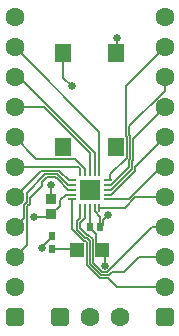
<source format=gtl>
G04*
G04 #@! TF.GenerationSoftware,Altium Limited,Altium Designer,24.9.1 (31)*
G04*
G04 Layer_Physical_Order=1*
G04 Layer_Color=255*
%FSLAX44Y44*%
%MOMM*%
G71*
G04*
G04 #@! TF.SameCoordinates,F7444FFF-12F3-4AA9-940A-5D6B0AE02ED6*
G04*
G04*
G04 #@! TF.FilePolarity,Positive*
G04*
G01*
G75*
%ADD13C,0.1270*%
%ADD25R,1.7000X1.7000*%
%ADD26O,0.8000X0.2000*%
%ADD27O,0.2000X0.8000*%
%ADD28R,0.9500X0.8500*%
%ADD29R,0.6000X0.7500*%
%ADD30R,1.4000X1.6000*%
%ADD31R,1.2000X1.2000*%
%ADD32R,0.6000X0.6400*%
%ADD33C,1.6000*%
G04:AMPARAMS|DCode=34|XSize=1.6mm|YSize=1.6mm|CornerRadius=0.4mm|HoleSize=0mm|Usage=FLASHONLY|Rotation=90.000|XOffset=0mm|YOffset=0mm|HoleType=Round|Shape=RoundedRectangle|*
%AMROUNDEDRECTD34*
21,1,1.6000,0.8000,0,0,90.0*
21,1,0.8000,1.6000,0,0,90.0*
1,1,0.8000,0.4000,0.4000*
1,1,0.8000,0.4000,-0.4000*
1,1,0.8000,-0.4000,-0.4000*
1,1,0.8000,-0.4000,0.4000*
%
%ADD34ROUNDEDRECTD34*%
G04:AMPARAMS|DCode=35|XSize=1.6mm|YSize=1.6mm|CornerRadius=0.4mm|HoleSize=0mm|Usage=FLASHONLY|Rotation=0.000|XOffset=0mm|YOffset=0mm|HoleType=Round|Shape=RoundedRectangle|*
%AMROUNDEDRECTD35*
21,1,1.6000,0.8000,0,0,0.0*
21,1,0.8000,1.6000,0,0,0.0*
1,1,0.8000,0.4000,-0.4000*
1,1,0.8000,-0.4000,-0.4000*
1,1,0.8000,-0.4000,0.4000*
1,1,0.8000,0.4000,0.4000*
%
%ADD35ROUNDEDRECTD35*%
%ADD36C,0.6350*%
D13*
X965200Y525780D02*
Y537550D01*
X957635Y545115D02*
X965200Y537550D01*
X960500Y605550D02*
Y639700D01*
X889000Y711200D02*
X960500Y639700D01*
X914044Y660400D02*
X952500Y621944D01*
X889000Y660400D02*
X914044D01*
X892236Y685800D02*
X956500Y621536D01*
X889000Y685800D02*
X892236D01*
X956500Y605550D02*
Y621536D01*
X952500Y605550D02*
Y621944D01*
X948500Y605550D02*
Y608658D01*
X940313Y616845D02*
X948500Y608658D01*
X907155Y616845D02*
X940313D01*
X889000Y635000D02*
X907155Y616845D01*
X943252Y609600D02*
X944500Y608353D01*
Y605550D02*
Y608353D01*
X889000Y609600D02*
X943252D01*
X911289Y606489D02*
X926561D01*
X934500Y598550D02*
X937500D01*
X889000Y584200D02*
X911289Y606489D01*
X926561D02*
X934500Y598550D01*
X898905Y588108D02*
X914746Y603949D01*
X911860Y597471D02*
X915798Y601409D01*
X924993Y603949D02*
X934392Y594550D01*
X915798Y601409D02*
X923162D01*
X914746Y603949D02*
X924993D01*
X923162Y601409D02*
X925176Y599395D01*
X925547D02*
X934392Y590550D01*
X925176Y599395D02*
X925547D01*
X919480Y583080D02*
Y594315D01*
X917308Y567908D02*
X919480Y570080D01*
X934392Y594550D02*
X937500D01*
X896620Y577812D02*
X898905Y580097D01*
X896620Y566420D02*
Y577812D01*
X898905Y580097D02*
Y588108D01*
X901445Y579045D02*
Y583464D01*
X899160Y576760D02*
X901445Y579045D01*
X905292Y567908D02*
X917308D01*
X889000Y558800D02*
X896620Y566420D01*
X901445Y583464D02*
X911860Y593879D01*
Y597471D01*
X899160Y543560D02*
Y576760D01*
X889000Y533400D02*
X899160Y543560D01*
X934392Y590550D02*
X937500D01*
X927100Y577200D02*
Y581660D01*
X919980Y570080D02*
X927100Y577200D01*
Y581660D02*
X931990Y586550D01*
X919480Y570080D02*
X919980D01*
X931990Y586550D02*
X937500D01*
X969865Y598887D02*
Y603921D01*
X969528Y598550D02*
X969865Y598887D01*
Y603921D02*
X983905Y617961D01*
Y635539D01*
X983371Y636074D02*
Y678571D01*
Y636074D02*
X983905Y635539D01*
X967500Y598550D02*
X969528D01*
X983371Y678571D02*
X1016000Y711200D01*
X988451Y615322D02*
X988985Y615857D01*
X986445Y616909D02*
Y636591D01*
X985911Y637126D02*
Y644318D01*
Y637126D02*
X986445Y636591D01*
X988985Y633385D02*
X1016000Y660400D01*
X985911Y609852D02*
Y616374D01*
X988451Y608392D02*
Y615322D01*
X985911Y616374D02*
X986445Y616909D01*
X988985Y615857D02*
Y633385D01*
X970608Y586550D02*
X990991Y606932D01*
X970608Y594550D02*
X985911Y609852D01*
X970608Y590550D02*
X988451Y608392D01*
X967500Y586550D02*
X970608D01*
X967500Y590550D02*
X970608D01*
X967500Y594550D02*
X970608D01*
X990991Y606932D02*
Y609991D01*
X985911Y644318D02*
X1016000Y674408D01*
X990991Y609991D02*
X1016000Y635000D01*
Y674408D02*
Y685800D01*
X985508Y582550D02*
X1012559Y609600D01*
X1016000D01*
X967500Y582550D02*
X985508D01*
X982101Y575550D02*
X990751Y584200D01*
X960500Y575550D02*
X982101D01*
X990751Y584200D02*
X1016000D01*
X944500Y557906D02*
Y562882D01*
X948500Y566882D01*
Y575550D01*
X944500Y557906D02*
X949671Y552735D01*
X968356Y518160D02*
X970896Y520700D01*
X949905Y542069D02*
Y546539D01*
X960992Y515620D02*
X968176D01*
X950015Y526597D02*
Y533781D01*
X952500Y558600D02*
Y575550D01*
Y558600D02*
X957635Y553465D01*
Y545115D02*
Y553465D01*
X949671Y552735D02*
X950893D01*
X954985Y548643D01*
Y545551D02*
X955095Y545441D01*
Y528701D02*
Y545441D01*
Y528701D02*
X963096Y520700D01*
X1005404Y558800D02*
X1016000D01*
X941960Y556854D02*
X948619Y550195D01*
X941960Y556854D02*
Y563934D01*
X944500Y566474D01*
Y575550D01*
X952555Y527649D02*
X962044Y518160D01*
X937500Y557722D02*
X947567Y547655D01*
X948789D01*
X952445Y535611D02*
Y547591D01*
X948619Y550195D02*
X949841D01*
X954985Y545551D02*
Y548643D01*
X963096Y520700D02*
X967304D01*
X1005404Y558800D01*
X950015Y526597D02*
X960992Y515620D01*
X949841Y550195D02*
X952445Y547591D01*
X970896Y520700D02*
X981205D01*
X948789Y547655D02*
X949905Y546539D01*
Y533891D02*
X950015Y533781D01*
X952555Y527649D02*
Y535501D01*
X949905Y533891D02*
Y542069D01*
X968176Y515620D02*
X975796Y508000D01*
X952445Y535611D02*
X952555Y535501D01*
X937500Y557722D02*
Y582550D01*
X962044Y518160D02*
X968356D01*
X981205Y520700D02*
X993905Y533400D01*
X961300Y558800D02*
X963665Y561165D01*
X961300Y558800D02*
Y567642D01*
X963665Y561165D02*
Y564885D01*
X967740Y568960D01*
X975796Y508000D02*
X1016000D01*
X911860Y541020D02*
Y542210D01*
X920750Y551100D01*
X993905Y533400D02*
X1016000D01*
X930000Y685440D02*
Y706750D01*
Y685440D02*
X937260Y678180D01*
X975360Y707109D02*
Y718820D01*
X975000Y706749D02*
X975360Y707109D01*
X920750Y551100D02*
Y551850D01*
Y540350D02*
X941400D01*
X942000Y539750D01*
X956500Y572442D02*
Y575550D01*
Y572442D02*
X961300Y567642D01*
D25*
X952500Y590550D02*
D03*
D26*
X937500Y582550D02*
D03*
Y586550D02*
D03*
Y590550D02*
D03*
Y594550D02*
D03*
Y598550D02*
D03*
X967500D02*
D03*
Y594550D02*
D03*
Y590550D02*
D03*
Y586550D02*
D03*
Y582550D02*
D03*
D27*
X944500Y605550D02*
D03*
X948500D02*
D03*
X952500D02*
D03*
X956500D02*
D03*
X960500D02*
D03*
Y575550D02*
D03*
X956500D02*
D03*
X952500D02*
D03*
X948500D02*
D03*
X944500D02*
D03*
D28*
X919480Y583080D02*
D03*
Y570080D02*
D03*
D29*
X920750Y540350D02*
D03*
Y551850D02*
D03*
D30*
X930000Y706750D02*
D03*
X975000Y626750D02*
D03*
Y706749D02*
D03*
X930000Y626750D02*
D03*
D31*
X963000Y539750D02*
D03*
X942000D02*
D03*
D32*
X961300Y558800D02*
D03*
X952500D02*
D03*
D33*
X1016000Y736600D02*
D03*
X889000D02*
D03*
X1016000Y711200D02*
D03*
Y685800D02*
D03*
Y609600D02*
D03*
Y558800D02*
D03*
Y508000D02*
D03*
Y533400D02*
D03*
Y584200D02*
D03*
Y635000D02*
D03*
Y660400D02*
D03*
X889000Y711200D02*
D03*
Y685800D02*
D03*
Y609600D02*
D03*
Y558800D02*
D03*
Y508000D02*
D03*
Y533400D02*
D03*
Y584200D02*
D03*
Y635000D02*
D03*
Y660400D02*
D03*
X952500Y482600D02*
D03*
X977900D02*
D03*
D34*
X1016000D02*
D03*
X889000D02*
D03*
D35*
X927100D02*
D03*
D36*
X965200Y525780D02*
D03*
X919480Y594315D02*
D03*
X905292Y567908D02*
D03*
X911860Y541020D02*
D03*
X937260Y678180D02*
D03*
X975360Y718820D02*
D03*
X967740Y568960D02*
D03*
M02*

</source>
